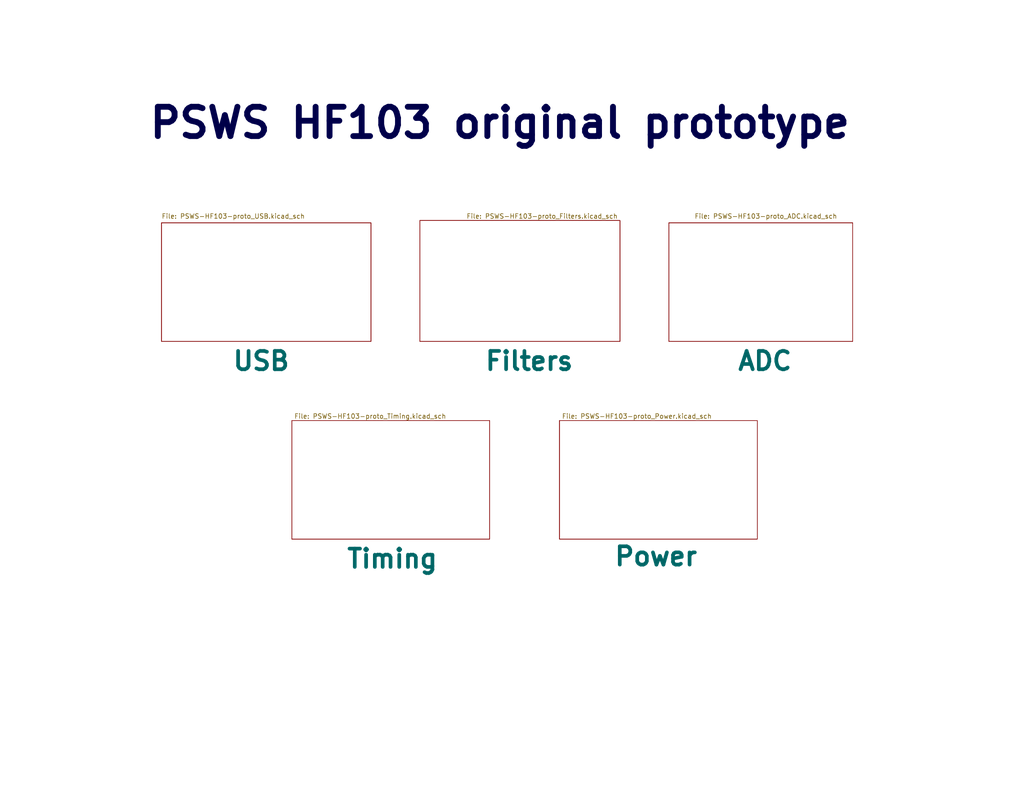
<source format=kicad_sch>
(kicad_sch
	(version 20231120)
	(generator "eeschema")
	(generator_version "8.0")
	(uuid "762aef0a-d6ed-4651-8b7c-2ddb5c2c230b")
	(paper "USLetter")
	(title_block
		(title "PSWS-HF103-proto")
		(date "2025-04-28")
		(rev "0.1.0")
		(company "Dave Witten, KD0EAG")
		(comment 2 "[ A Minimalist Rework of HF-103 designed by Oskar Stella, ik1xpv ]")
		(comment 3 "Infineon/Cypress  FX3 DevKit and LTC2208 Demo modules")
		(comment 4 "A development straw-man based on the")
	)
	(lib_symbols)
	(text "PSWS HF103 original prototype"
		(exclude_from_sim no)
		(at 136.398 33.782 0)
		(effects
			(font
				(size 8 8)
				(thickness 1.6)
				(bold yes)
				(color 0 0 72 1)
			)
		)
		(uuid "5b6df05e-9857-4351-8406-cec5da3813a5")
	)
	(sheet
		(at 114.554 60.198)
		(size 54.61 33.02)
		(stroke
			(width 0.1524)
			(type solid)
		)
		(fill
			(color 0 0 0 0.0000)
		)
		(uuid "01482097-4e34-431f-952c-34d4f1408c9a")
		(property "Sheetname" "Filters"
			(at 144.399 101.473 0)
			(effects
				(font
					(size 5 5)
					(bold yes)
				)
				(justify bottom)
			)
		)
		(property "Sheetfile" "PSWS-HF103-proto_Filters.kicad_sch"
			(at 127.254 58.293 0)
			(effects
				(font
					(size 1.27 1.27)
				)
				(justify left top)
			)
		)
		(instances
			(project "PSWS-HF103-proto"
				(path "/762aef0a-d6ed-4651-8b7c-2ddb5c2c230b"
					(page "3")
				)
			)
		)
	)
	(sheet
		(at 44.069 60.833)
		(size 57.15 32.385)
		(stroke
			(width 0.1524)
			(type solid)
		)
		(fill
			(color 0 0 0 0.0000)
		)
		(uuid "46af3ed1-a429-4b49-8bed-1eb85b11428e")
		(property "Sheetname" "USB"
			(at 63.119 101.473 0)
			(effects
				(font
					(size 5 5)
					(bold yes)
				)
				(justify left bottom)
			)
		)
		(property "Sheetfile" "PSWS-HF103-proto_USB.kicad_sch"
			(at 44.069 58.293 0)
			(effects
				(font
					(size 1.27 1.27)
				)
				(justify left top)
			)
		)
		(instances
			(project "PSWS-HF103-proto"
				(path "/762aef0a-d6ed-4651-8b7c-2ddb5c2c230b"
					(page "2")
				)
			)
		)
	)
	(sheet
		(at 182.499 60.833)
		(size 50.165 32.385)
		(stroke
			(width 0.1524)
			(type solid)
		)
		(fill
			(color 0 0 0 0.0000)
		)
		(uuid "93a69905-dc73-446d-812a-de5f5715e64a")
		(property "Sheetname" "ADC"
			(at 200.914 101.473 0)
			(effects
				(font
					(size 5 5)
					(bold yes)
				)
				(justify left bottom)
			)
		)
		(property "Sheetfile" "PSWS-HF103-proto_ADC.kicad_sch"
			(at 189.484 58.293 0)
			(effects
				(font
					(size 1.27 1.27)
				)
				(justify left top)
			)
		)
		(instances
			(project "PSWS-HF103-proto"
				(path "/762aef0a-d6ed-4651-8b7c-2ddb5c2c230b"
					(page "4")
				)
			)
		)
	)
	(sheet
		(at 79.629 114.808)
		(size 53.975 32.385)
		(stroke
			(width 0.1524)
			(type solid)
		)
		(fill
			(color 0 0 0 0.0000)
		)
		(uuid "a1720e7c-5f6d-479f-8fc0-dd1aaf58c9d1")
		(property "Sheetname" "Timing"
			(at 94.234 155.448 0)
			(effects
				(font
					(size 5 5)
					(bold yes)
				)
				(justify left bottom)
			)
		)
		(property "Sheetfile" "PSWS-HF103-proto_Timing.kicad_sch"
			(at 80.264 112.903 0)
			(effects
				(font
					(size 1.27 1.27)
				)
				(justify left top)
			)
		)
		(instances
			(project "PSWS-HF103-proto"
				(path "/762aef0a-d6ed-4651-8b7c-2ddb5c2c230b"
					(page "5")
				)
			)
		)
	)
	(sheet
		(at 152.654 114.808)
		(size 53.975 32.385)
		(stroke
			(width 0.1524)
			(type solid)
		)
		(fill
			(color 0 0 0 0.0000)
		)
		(uuid "d7acaed2-a28c-482a-a667-bcbdb462effb")
		(property "Sheetname" "Power"
			(at 167.259 154.813 0)
			(effects
				(font
					(size 5 5)
					(bold yes)
				)
				(justify left bottom)
			)
		)
		(property "Sheetfile" "PSWS-HF103-proto_Power.kicad_sch"
			(at 153.289 112.903 0)
			(effects
				(font
					(size 1.27 1.27)
				)
				(justify left top)
			)
		)
		(instances
			(project "PSWS-HF103-proto"
				(path "/762aef0a-d6ed-4651-8b7c-2ddb5c2c230b"
					(page "6")
				)
			)
		)
	)
	(sheet_instances
		(path "/"
			(page "1")
		)
	)
)

</source>
